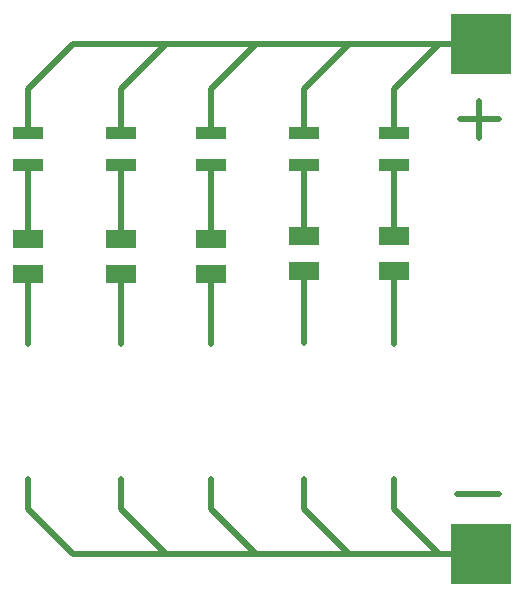
<source format=gtl>
G04 Layer_Physical_Order=1*
G04 Layer_Color=255*
%FSLAX25Y25*%
%MOIN*%
G70*
G01*
G75*
%ADD10R,0.10236X0.05906*%
%ADD11R,0.10236X0.04331*%
%ADD12C,0.02000*%
%ADD13C,0.01000*%
%ADD14R,0.20000X0.20000*%
D10*
X256000Y295094D02*
D03*
Y306906D02*
D03*
X226213Y295094D02*
D03*
Y306906D02*
D03*
X195000Y294094D02*
D03*
Y305906D02*
D03*
X165000Y294094D02*
D03*
Y305906D02*
D03*
X134000Y294094D02*
D03*
Y305906D02*
D03*
D11*
X256000Y330685D02*
D03*
Y341315D02*
D03*
X226000Y330685D02*
D03*
Y341315D02*
D03*
X195000Y330685D02*
D03*
Y341315D02*
D03*
X165000Y330685D02*
D03*
Y341315D02*
D03*
X134000Y330685D02*
D03*
Y341315D02*
D03*
D12*
X284500Y346000D02*
Y352000D01*
Y339500D02*
Y346000D01*
X278000D02*
X291000D01*
X277000Y221000D02*
X291000D01*
X271000Y371000D02*
X285000D01*
X241000D02*
X271000D01*
Y201000D02*
X280000D01*
X241000D02*
X271000D01*
X210000D02*
X241000D01*
X180000D02*
X210000D01*
X149000D02*
X180000D01*
X256000Y216000D02*
Y226000D01*
Y216000D02*
X271000Y201000D01*
X226000Y216000D02*
Y226000D01*
Y216000D02*
X241000Y201000D01*
X195000Y216000D02*
Y226000D01*
Y216000D02*
X210000Y201000D01*
X165000Y216000D02*
Y226000D01*
Y216000D02*
X180000Y201000D01*
X134000Y216000D02*
X149000Y201000D01*
X134000Y216000D02*
Y226000D01*
X256000Y271000D02*
Y295094D01*
X226213Y271213D02*
Y295094D01*
X195000Y271000D02*
Y294094D01*
X165000Y271000D02*
Y294094D01*
X134000Y271000D02*
Y294094D01*
X256000Y356000D02*
X271000Y371000D01*
X210000D02*
X241000D01*
X226000Y356000D02*
X241000Y371000D01*
X180000D02*
X210000D01*
X195000Y356000D02*
X210000Y371000D01*
X256000Y341315D02*
Y356000D01*
X226000Y341315D02*
Y356000D01*
X195000Y341315D02*
Y356000D01*
X134000D02*
X149000Y371000D01*
X134000Y341315D02*
Y356000D01*
X165000D02*
X180000Y371000D01*
X149000D02*
X180000D01*
X165000Y341315D02*
Y356000D01*
X256000Y330685D02*
X256000Y330685D01*
Y306906D02*
Y330685D01*
X226000Y330685D02*
X226213Y330472D01*
Y306906D02*
Y330472D01*
X195000Y330685D02*
X195000Y330685D01*
Y305906D02*
Y330685D01*
X165000Y330685D02*
X165000Y330685D01*
Y305906D02*
Y330685D01*
X134000Y305906D02*
Y330685D01*
D13*
X134000Y330685D02*
X134000Y330685D01*
D14*
X285000Y201000D02*
D03*
Y371000D02*
D03*
M02*

</source>
